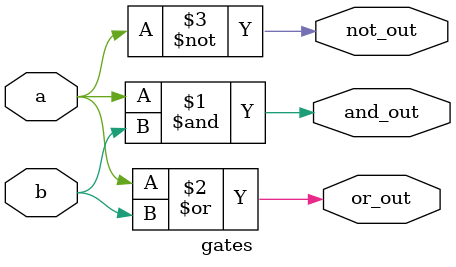
<source format=v>
module gates (
    input  wire a,
    input  wire b,
    output wire and_out,
    output wire or_out,
    output wire not_out
);

    assign and_out = a & b;
    assign or_out  = a | b;
    assign not_out = ~a;

initial begin
        $dumpfile("dump.vcd");   // Name of the VCD dump file
        $dumpvars(0, gates);     // Dump all variables in this module and below
    end
endmodule

</source>
